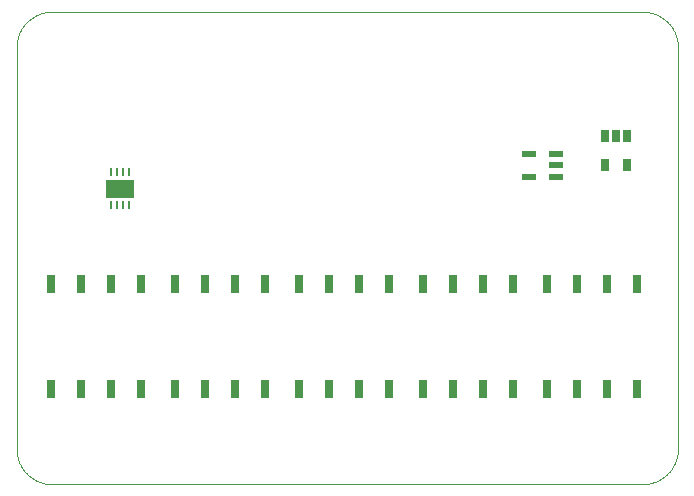
<source format=gtp>
G04 EAGLE Gerber RS-274X export*
G75*
%MOMM*%
%FSLAX35Y35*%
%LPD*%
%INsolder_paste_top*%
%IPPOS*%
%AMOC8*
5,1,8,0,0,1.08239X$1,22.5*%
G01*
%ADD10C,0.000000*%
%ADD11R,0.250000X0.700000*%
%ADD12R,2.380000X1.650000*%
%ADD13R,1.200000X0.600000*%
%ADD14R,0.650000X1.650000*%
%ADD15R,0.700000X1.000000*%


D10*
X5600000Y3700000D02*
X5600000Y300000D01*
X5599912Y292751D01*
X5599650Y285506D01*
X5599212Y278270D01*
X5598599Y271046D01*
X5597813Y263839D01*
X5596852Y256653D01*
X5595718Y249493D01*
X5594411Y242362D01*
X5592932Y235265D01*
X5591283Y228205D01*
X5589463Y221188D01*
X5587474Y214216D01*
X5585317Y207295D01*
X5582994Y200428D01*
X5580505Y193619D01*
X5577852Y186872D01*
X5575038Y180191D01*
X5572062Y173580D01*
X5568928Y167043D01*
X5565637Y160583D01*
X5562190Y154205D01*
X5558591Y147912D01*
X5554840Y141708D01*
X5550941Y135596D01*
X5546895Y129581D01*
X5542705Y123664D01*
X5538373Y117851D01*
X5533902Y112144D01*
X5529295Y106547D01*
X5524553Y101063D01*
X5519681Y95695D01*
X5514680Y90447D01*
X5509553Y85320D01*
X5504305Y80319D01*
X5498937Y75447D01*
X5493453Y70705D01*
X5487856Y66098D01*
X5482149Y61627D01*
X5476336Y57295D01*
X5470419Y53105D01*
X5464404Y49059D01*
X5458292Y45160D01*
X5452088Y41409D01*
X5445795Y37810D01*
X5439417Y34363D01*
X5432957Y31072D01*
X5426420Y27938D01*
X5419809Y24962D01*
X5413128Y22148D01*
X5406381Y19495D01*
X5399572Y17006D01*
X5392705Y14683D01*
X5385784Y12526D01*
X5378812Y10537D01*
X5371795Y8717D01*
X5364735Y7068D01*
X5357638Y5589D01*
X5350507Y4282D01*
X5343347Y3148D01*
X5336161Y2187D01*
X5328954Y1401D01*
X5321730Y788D01*
X5314494Y350D01*
X5307249Y88D01*
X5300000Y0D01*
X300000Y0D01*
X292751Y88D01*
X285506Y350D01*
X278270Y788D01*
X271046Y1401D01*
X263839Y2187D01*
X256653Y3148D01*
X249493Y4282D01*
X242362Y5589D01*
X235265Y7068D01*
X228205Y8717D01*
X221188Y10537D01*
X214216Y12526D01*
X207295Y14683D01*
X200428Y17006D01*
X193619Y19495D01*
X186872Y22148D01*
X180191Y24962D01*
X173580Y27938D01*
X167043Y31072D01*
X160583Y34363D01*
X154205Y37810D01*
X147912Y41409D01*
X141708Y45160D01*
X135596Y49059D01*
X129581Y53105D01*
X123664Y57295D01*
X117851Y61627D01*
X112144Y66098D01*
X106547Y70705D01*
X101063Y75447D01*
X95695Y80319D01*
X90447Y85320D01*
X85320Y90447D01*
X80319Y95695D01*
X75447Y101063D01*
X70705Y106547D01*
X66098Y112144D01*
X61627Y117851D01*
X57295Y123664D01*
X53105Y129581D01*
X49059Y135596D01*
X45160Y141708D01*
X41409Y147912D01*
X37810Y154205D01*
X34363Y160583D01*
X31072Y167043D01*
X27938Y173580D01*
X24962Y180191D01*
X22148Y186872D01*
X19495Y193619D01*
X17006Y200428D01*
X14683Y207295D01*
X12526Y214216D01*
X10537Y221188D01*
X8717Y228205D01*
X7068Y235265D01*
X5589Y242362D01*
X4282Y249493D01*
X3148Y256653D01*
X2187Y263839D01*
X1401Y271046D01*
X788Y278270D01*
X350Y285506D01*
X88Y292751D01*
X0Y300000D01*
X0Y3700000D01*
X88Y3707249D01*
X350Y3714494D01*
X788Y3721730D01*
X1401Y3728954D01*
X2187Y3736161D01*
X3148Y3743347D01*
X4282Y3750507D01*
X5589Y3757638D01*
X7068Y3764735D01*
X8717Y3771795D01*
X10537Y3778812D01*
X12526Y3785784D01*
X14683Y3792705D01*
X17006Y3799572D01*
X19495Y3806381D01*
X22148Y3813128D01*
X24962Y3819809D01*
X27938Y3826420D01*
X31072Y3832957D01*
X34363Y3839417D01*
X37810Y3845795D01*
X41409Y3852088D01*
X45160Y3858292D01*
X49059Y3864404D01*
X53105Y3870419D01*
X57295Y3876336D01*
X61627Y3882149D01*
X66098Y3887856D01*
X70705Y3893453D01*
X75447Y3898937D01*
X80319Y3904305D01*
X85320Y3909553D01*
X90447Y3914680D01*
X95695Y3919681D01*
X101063Y3924553D01*
X106547Y3929295D01*
X112144Y3933902D01*
X117851Y3938373D01*
X123664Y3942705D01*
X129581Y3946895D01*
X135596Y3950941D01*
X141708Y3954840D01*
X147912Y3958591D01*
X154205Y3962190D01*
X160583Y3965637D01*
X167043Y3968928D01*
X173580Y3972062D01*
X180191Y3975038D01*
X186872Y3977852D01*
X193619Y3980505D01*
X200428Y3982994D01*
X207295Y3985317D01*
X214216Y3987474D01*
X221188Y3989463D01*
X228205Y3991283D01*
X235265Y3992932D01*
X242362Y3994411D01*
X249493Y3995718D01*
X256653Y3996852D01*
X263839Y3997813D01*
X271046Y3998599D01*
X278270Y3999212D01*
X285506Y3999650D01*
X292751Y3999912D01*
X300000Y4000000D01*
X5300000Y4000000D01*
X5307249Y3999912D01*
X5314494Y3999650D01*
X5321730Y3999212D01*
X5328954Y3998599D01*
X5336161Y3997813D01*
X5343347Y3996852D01*
X5350507Y3995718D01*
X5357638Y3994411D01*
X5364735Y3992932D01*
X5371795Y3991283D01*
X5378812Y3989463D01*
X5385784Y3987474D01*
X5392705Y3985317D01*
X5399572Y3982994D01*
X5406381Y3980505D01*
X5413128Y3977852D01*
X5419809Y3975038D01*
X5426420Y3972062D01*
X5432957Y3968928D01*
X5439417Y3965637D01*
X5445795Y3962190D01*
X5452088Y3958591D01*
X5458292Y3954840D01*
X5464404Y3950941D01*
X5470419Y3946895D01*
X5476336Y3942705D01*
X5482149Y3938373D01*
X5487856Y3933902D01*
X5493453Y3929295D01*
X5498937Y3924553D01*
X5504305Y3919681D01*
X5509553Y3914680D01*
X5514680Y3909553D01*
X5519681Y3904305D01*
X5524553Y3898937D01*
X5529295Y3893453D01*
X5533902Y3887856D01*
X5538373Y3882149D01*
X5542705Y3876336D01*
X5546895Y3870419D01*
X5550941Y3864404D01*
X5554840Y3858292D01*
X5558591Y3852088D01*
X5562190Y3845795D01*
X5565637Y3839417D01*
X5568928Y3832957D01*
X5572062Y3826420D01*
X5575038Y3819809D01*
X5577852Y3813128D01*
X5580505Y3806381D01*
X5582994Y3799572D01*
X5585317Y3792705D01*
X5587474Y3785784D01*
X5589463Y3778812D01*
X5591283Y3771795D01*
X5592932Y3764735D01*
X5594411Y3757638D01*
X5595718Y3750507D01*
X5596852Y3743347D01*
X5597813Y3736161D01*
X5598599Y3728954D01*
X5599212Y3721730D01*
X5599650Y3714494D01*
X5599912Y3707249D01*
X5600000Y3700000D01*
D11*
X950000Y2640000D03*
X900000Y2640000D03*
X850000Y2640000D03*
X800000Y2640000D03*
X800000Y2360000D03*
X850000Y2360000D03*
X900000Y2360000D03*
X950000Y2360000D03*
D12*
X875000Y2500000D03*
D13*
X4565000Y2700000D03*
X4565000Y2605000D03*
X4565000Y2795000D03*
X4335000Y2795000D03*
X4335000Y2605000D03*
D14*
X294000Y806000D03*
X548000Y806000D03*
X802000Y806000D03*
X802000Y1698000D03*
X548000Y1698000D03*
X294000Y1698000D03*
X1056000Y1698000D03*
X1056000Y806000D03*
X1344000Y806000D03*
X1598000Y806000D03*
X1852000Y806000D03*
X1852000Y1698000D03*
X1598000Y1698000D03*
X1344000Y1698000D03*
X2106000Y1698000D03*
X2106000Y806000D03*
X2394000Y806000D03*
X2648000Y806000D03*
X2902000Y806000D03*
X2902000Y1698000D03*
X2648000Y1698000D03*
X2394000Y1698000D03*
X3156000Y1698000D03*
X3156000Y806000D03*
X3444000Y806000D03*
X3698000Y806000D03*
X3952000Y806000D03*
X3952000Y1698000D03*
X3698000Y1698000D03*
X3444000Y1698000D03*
X4206000Y1698000D03*
X4206000Y806000D03*
X4494000Y806000D03*
X4748000Y806000D03*
X5002000Y806000D03*
X5002000Y1698000D03*
X4748000Y1698000D03*
X4494000Y1698000D03*
X5256000Y1698000D03*
X5256000Y806000D03*
D15*
X5170000Y2950000D03*
X5075000Y2950000D03*
X4980000Y2950000D03*
X4980000Y2700000D03*
X5170000Y2700000D03*
M02*

</source>
